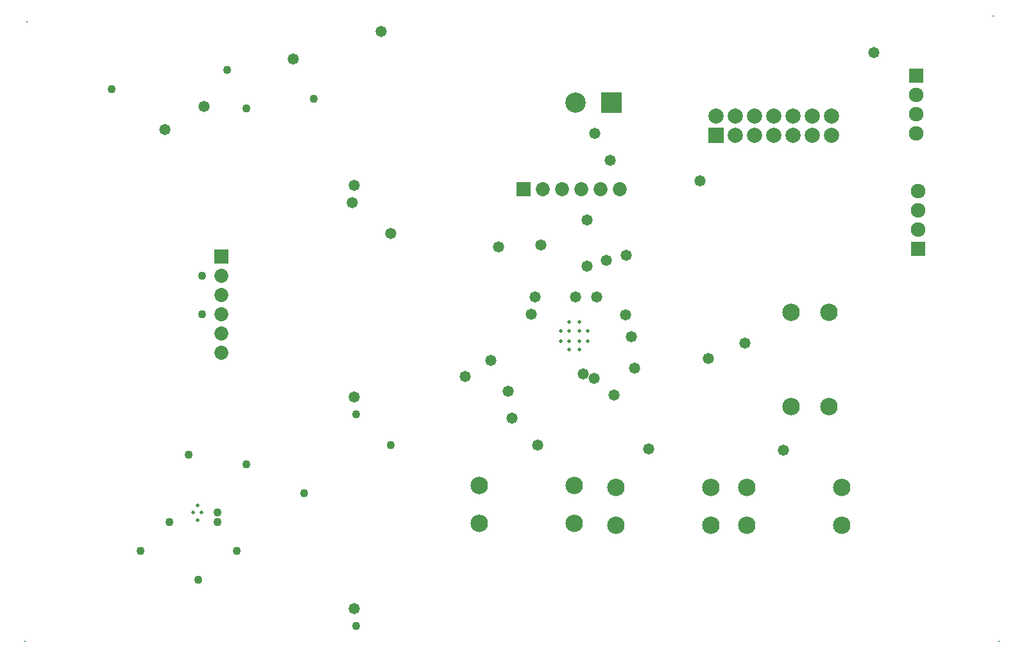
<source format=gbs>
G04*
G04 #@! TF.GenerationSoftware,Altium Limited,Altium Designer,25.2.1 (25)*
G04*
G04 Layer_Color=16711935*
%FSLAX44Y44*%
%MOMM*%
G71*
G04*
G04 #@! TF.SameCoordinates,E5E090E4-F6E9-416A-80E2-435660C576E3*
G04*
G04*
G04 #@! TF.FilePolarity,Negative*
G04*
G01*
G75*
%ADD59C,1.9282*%
%ADD60R,1.9282X1.9282*%
%ADD61C,2.0032*%
%ADD62R,2.0032X2.0032*%
%ADD63C,1.8532*%
%ADD64R,1.8532X1.8532*%
%ADD65R,2.6782X2.6782*%
%ADD66C,2.6782*%
%ADD67C,2.3032*%
%ADD68R,1.8532X1.8532*%
%ADD69C,0.5032*%
%ADD70C,0.2032*%
%ADD71C,1.4732*%
%ADD72C,0.5000*%
%ADD108C,1.0922*%
D59*
X1887220Y1579880D02*
D03*
Y1605280D02*
D03*
Y1630680D02*
D03*
X1889760Y1452880D02*
D03*
Y1478280D02*
D03*
Y1503680D02*
D03*
D60*
X1887220Y1656080D02*
D03*
X1889760Y1427480D02*
D03*
D61*
X1775460Y1602740D02*
D03*
Y1577340D02*
D03*
X1750060Y1602740D02*
D03*
Y1577340D02*
D03*
X1724660Y1602740D02*
D03*
X1699260D02*
D03*
Y1577340D02*
D03*
X1673860Y1602740D02*
D03*
Y1577340D02*
D03*
X1648460D02*
D03*
X1623060Y1602740D02*
D03*
X1724660Y1577340D02*
D03*
X1648460Y1602740D02*
D03*
D62*
X1623060Y1577340D02*
D03*
D63*
X1496060Y1506220D02*
D03*
X1470660D02*
D03*
X1445260D02*
D03*
X1419860D02*
D03*
X1394460D02*
D03*
X970280Y1391920D02*
D03*
Y1366520D02*
D03*
Y1341120D02*
D03*
Y1315720D02*
D03*
Y1290320D02*
D03*
D64*
X1369060Y1506220D02*
D03*
D65*
X1485140Y1620520D02*
D03*
D66*
X1437640D02*
D03*
D67*
X1663700Y1112520D02*
D03*
X1788700D02*
D03*
X1663700Y1062520D02*
D03*
X1788700D02*
D03*
X1490980Y1112520D02*
D03*
X1615980D02*
D03*
X1490980Y1062520D02*
D03*
X1615980D02*
D03*
X1722120Y1219200D02*
D03*
Y1344200D02*
D03*
X1772120Y1219200D02*
D03*
Y1344200D02*
D03*
X1435640Y1065060D02*
D03*
X1310640D02*
D03*
X1435640Y1115060D02*
D03*
X1310640D02*
D03*
D68*
X970280Y1417320D02*
D03*
D69*
X1429020Y1319810D02*
D03*
X1442720D02*
D03*
Y1306110D02*
D03*
X1429020D02*
D03*
X1417870Y1319810D02*
D03*
Y1306110D02*
D03*
X1453870Y1319810D02*
D03*
Y1306110D02*
D03*
X1429020Y1330960D02*
D03*
X1442720D02*
D03*
X1429020Y1294960D02*
D03*
X1442720D02*
D03*
D70*
X713740Y1727200D02*
D03*
X1988820Y1734820D02*
D03*
X1996440Y909320D02*
D03*
X711200D02*
D03*
D71*
X1336040Y1430020D02*
D03*
X1142953Y1489000D02*
D03*
X1145540Y1511916D02*
D03*
X1831340Y1686560D02*
D03*
X1503909Y1340891D02*
D03*
X1601906Y1517214D02*
D03*
X1504116Y1419424D02*
D03*
X1065041Y1678053D02*
D03*
X895617Y1585665D02*
D03*
X947420Y1615440D02*
D03*
X1511300Y1311680D02*
D03*
X1661160Y1303020D02*
D03*
X1447908Y1262642D02*
D03*
X1483360Y1544320D02*
D03*
X1711727Y1162003D02*
D03*
X1534160Y1163320D02*
D03*
X1387865Y1169041D02*
D03*
X1612900Y1282700D02*
D03*
X1463040Y1579880D02*
D03*
X1461950Y1256720D02*
D03*
X1353820Y1203960D02*
D03*
X1292020Y1259108D02*
D03*
X1145540Y1231900D02*
D03*
X1514928Y1270404D02*
D03*
X1145540Y952500D02*
D03*
X1488440Y1234440D02*
D03*
X1379220Y1341120D02*
D03*
X1437640Y1363980D02*
D03*
X1465580D02*
D03*
X1452880Y1404620D02*
D03*
X1478280Y1412240D02*
D03*
X1452880Y1465580D02*
D03*
X1391920Y1432560D02*
D03*
X1384300Y1363980D02*
D03*
X1325880Y1280160D02*
D03*
X1348740Y1239520D02*
D03*
X1193800Y1447800D02*
D03*
X1181100Y1714500D02*
D03*
D72*
X944250Y1079500D02*
D03*
X932750D02*
D03*
X938500Y1070000D02*
D03*
Y1089000D02*
D03*
D108*
X1003300Y1143000D02*
D03*
X1092200Y1625600D02*
D03*
X990600Y1028700D02*
D03*
X965200Y1079500D02*
D03*
Y1066800D02*
D03*
X901700D02*
D03*
X863600Y1028700D02*
D03*
X939800Y990600D02*
D03*
X1079500Y1104900D02*
D03*
X977900Y1663700D02*
D03*
X1147918Y1209700D02*
D03*
X927100Y1155700D02*
D03*
X944880Y1391920D02*
D03*
Y1341120D02*
D03*
X1193800Y1168400D02*
D03*
X1147918Y930300D02*
D03*
X825500Y1638300D02*
D03*
X1003300Y1612900D02*
D03*
M02*

</source>
